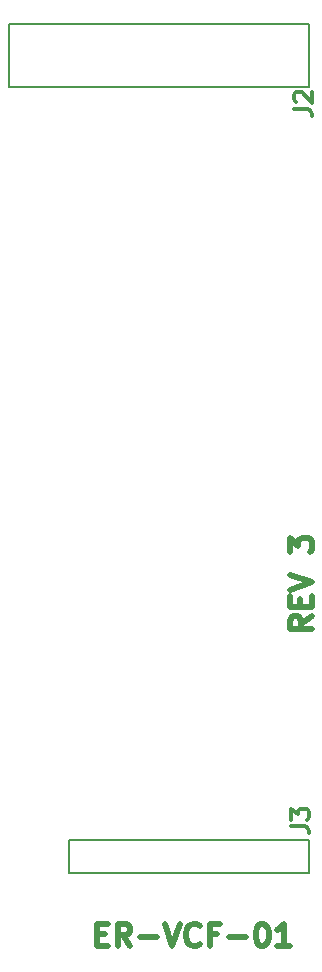
<source format=gto>
%TF.GenerationSoftware,KiCad,Pcbnew,(6.0.1)*%
%TF.CreationDate,2023-01-24T16:48:43-05:00*%
%TF.ProjectId,ER-VCF-01-DB,45522d56-4346-42d3-9031-2d44422e6b69,2*%
%TF.SameCoordinates,Original*%
%TF.FileFunction,Legend,Top*%
%TF.FilePolarity,Positive*%
%FSLAX46Y46*%
G04 Gerber Fmt 4.6, Leading zero omitted, Abs format (unit mm)*
G04 Created by KiCad (PCBNEW (6.0.1)) date 2023-01-24 16:48:43*
%MOMM*%
%LPD*%
G01*
G04 APERTURE LIST*
%ADD10C,0.150000*%
%ADD11C,0.476250*%
%ADD12C,0.375000*%
G04 APERTURE END LIST*
D10*
X37338000Y-33020000D02*
X62738000Y-33020000D01*
X62738000Y-33020000D02*
X62738000Y-38354000D01*
X62738000Y-38354000D02*
X37338000Y-38354000D01*
X37338000Y-38354000D02*
X37338000Y-33020000D01*
X42418000Y-102108000D02*
X62738000Y-102108000D01*
X62738000Y-102108000D02*
X62738000Y-104902000D01*
X62738000Y-104902000D02*
X42418000Y-104902000D01*
X42418000Y-104902000D02*
X42418000Y-102108000D01*
D11*
X63040985Y-83188628D02*
X62133842Y-83823628D01*
X63040985Y-84277200D02*
X61135985Y-84277200D01*
X61135985Y-83551485D01*
X61226700Y-83370057D01*
X61317414Y-83279342D01*
X61498842Y-83188628D01*
X61770985Y-83188628D01*
X61952414Y-83279342D01*
X62043128Y-83370057D01*
X62133842Y-83551485D01*
X62133842Y-84277200D01*
X62043128Y-82372200D02*
X62043128Y-81737200D01*
X63040985Y-81465057D02*
X63040985Y-82372200D01*
X61135985Y-82372200D01*
X61135985Y-81465057D01*
X61135985Y-80920771D02*
X63040985Y-80285771D01*
X61135985Y-79650771D01*
X61135985Y-77745771D02*
X61135985Y-76566485D01*
X61861700Y-77201485D01*
X61861700Y-76929342D01*
X61952414Y-76747914D01*
X62043128Y-76657200D01*
X62224557Y-76566485D01*
X62678128Y-76566485D01*
X62859557Y-76657200D01*
X62950271Y-76747914D01*
X63040985Y-76929342D01*
X63040985Y-77473628D01*
X62950271Y-77655057D01*
X62859557Y-77745771D01*
X44840071Y-110099928D02*
X45475071Y-110099928D01*
X45747214Y-111097785D02*
X44840071Y-111097785D01*
X44840071Y-109192785D01*
X45747214Y-109192785D01*
X47652214Y-111097785D02*
X47017214Y-110190642D01*
X46563642Y-111097785D02*
X46563642Y-109192785D01*
X47289357Y-109192785D01*
X47470785Y-109283500D01*
X47561500Y-109374214D01*
X47652214Y-109555642D01*
X47652214Y-109827785D01*
X47561500Y-110009214D01*
X47470785Y-110099928D01*
X47289357Y-110190642D01*
X46563642Y-110190642D01*
X48468642Y-110372071D02*
X49920071Y-110372071D01*
X50555071Y-109192785D02*
X51190071Y-111097785D01*
X51825071Y-109192785D01*
X53548642Y-110916357D02*
X53457928Y-111007071D01*
X53185785Y-111097785D01*
X53004357Y-111097785D01*
X52732214Y-111007071D01*
X52550785Y-110825642D01*
X52460071Y-110644214D01*
X52369357Y-110281357D01*
X52369357Y-110009214D01*
X52460071Y-109646357D01*
X52550785Y-109464928D01*
X52732214Y-109283500D01*
X53004357Y-109192785D01*
X53185785Y-109192785D01*
X53457928Y-109283500D01*
X53548642Y-109374214D01*
X55000071Y-110099928D02*
X54365071Y-110099928D01*
X54365071Y-111097785D02*
X54365071Y-109192785D01*
X55272214Y-109192785D01*
X55997928Y-110372071D02*
X57449357Y-110372071D01*
X58719357Y-109192785D02*
X58900785Y-109192785D01*
X59082214Y-109283500D01*
X59172928Y-109374214D01*
X59263642Y-109555642D01*
X59354357Y-109918500D01*
X59354357Y-110372071D01*
X59263642Y-110734928D01*
X59172928Y-110916357D01*
X59082214Y-111007071D01*
X58900785Y-111097785D01*
X58719357Y-111097785D01*
X58537928Y-111007071D01*
X58447214Y-110916357D01*
X58356500Y-110734928D01*
X58265785Y-110372071D01*
X58265785Y-109918500D01*
X58356500Y-109555642D01*
X58447214Y-109374214D01*
X58537928Y-109283500D01*
X58719357Y-109192785D01*
X61168642Y-111097785D02*
X60080071Y-111097785D01*
X60624357Y-111097785D02*
X60624357Y-109192785D01*
X60442928Y-109464928D01*
X60261500Y-109646357D01*
X60080071Y-109737071D01*
D12*
%TO.C,J2*%
X61535571Y-40251000D02*
X62607000Y-40251000D01*
X62821285Y-40322428D01*
X62964142Y-40465285D01*
X63035571Y-40679571D01*
X63035571Y-40822428D01*
X61678428Y-39608142D02*
X61607000Y-39536714D01*
X61535571Y-39393857D01*
X61535571Y-39036714D01*
X61607000Y-38893857D01*
X61678428Y-38822428D01*
X61821285Y-38751000D01*
X61964142Y-38751000D01*
X62178428Y-38822428D01*
X63035571Y-39679571D01*
X63035571Y-38751000D01*
%TO.C,J3*%
X61281571Y-100957000D02*
X62353000Y-100957000D01*
X62567285Y-101028428D01*
X62710142Y-101171285D01*
X62781571Y-101385571D01*
X62781571Y-101528428D01*
X61281571Y-100385571D02*
X61281571Y-99457000D01*
X61853000Y-99957000D01*
X61853000Y-99742714D01*
X61924428Y-99599857D01*
X61995857Y-99528428D01*
X62138714Y-99457000D01*
X62495857Y-99457000D01*
X62638714Y-99528428D01*
X62710142Y-99599857D01*
X62781571Y-99742714D01*
X62781571Y-100171285D01*
X62710142Y-100314142D01*
X62638714Y-100385571D01*
%TD*%
M02*

</source>
